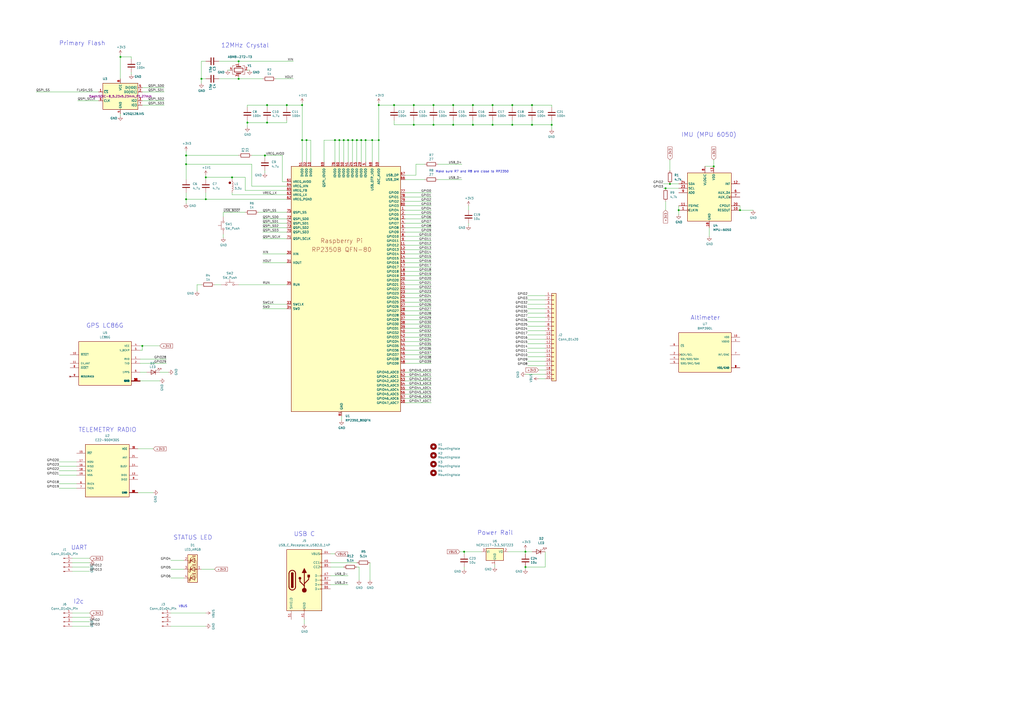
<source format=kicad_sch>
(kicad_sch (version 20250114) (generator "eeschema") (generator_version "9.0")
  (paper "A2")
  (title_block (title "RP2350B QFN80 Minimal Design Example") (date "2024-01-03") (rev "REV2") (company "Raspberry Pi Ltd"))
  (circle (center 133.35 106.045) (radius 0.635) (stroke (width 0) (color 132 0 0 1)) (fill (type color) (color 132 0 0 1)))
  (text "UART\n" (at 41.148 319.278 0) (effects (font (size 2.54 2.54)) (justify left bottom)))
  (text "12MHz Crystal" (at 128.27 27.94 0) (effects (font (size 2.54 2.54)) (justify left bottom)))
  (text "VBUS\n" (at 106.172 351.79 0) (effects (font (size 1.27 1.27))))
  (text "Altimeter\n" (at 400.558 185.928 0) (effects (font (size 2.54 2.54)) (justify left bottom)))
  (text "STATUS LED\n" (at 100.584 313.436 0) (effects (font (size 2.54 2.54)) (justify left bottom)))
  (text "Primary Flash" (at 34.29 26.67 0) (effects (font (size 2.54 2.54)) (justify left bottom)))
  (text "IMU (MPU 6050)" (at 395.224 79.756 0) (effects (font (size 2.54 2.54)) (justify left bottom)))
  (text "Make sure R7 and R8 are close to RP2350\n" (at 252.73 100.33 0) (effects (font (size 1.27 1.27)) (justify left bottom)))
  (text "GPS LC86G\n" (at 50.038 190.5 0) (effects (font (size 2.54 2.54)) (justify left bottom)))
  (text "I2c\n" (at 42.672 350.52 0) (effects (font (size 2.54 2.54)) (justify left bottom)))
  (text "USB C\n\n" (at 170.434 315.468 0) (effects (font (size 2.54 2.54)) (justify left bottom)))
  (text "TELEMETRY RADIO\n" (at 45.466 250.952 0) (effects (font (size 2.54 2.54)) (justify left bottom)))
  (text "Power Rail\n" (at 276.86 310.642 0) (effects (font (size 2.54 2.54)) (justify left bottom)))
  (junction (at 119.38 115.57))
  (junction (at 304.8 320.04))
  (junction (at 297.18 60.96))
  (junction (at 107.95 115.57))
  (junction (at 219.71 81.28))
  (junction (at 194.31 81.28))
  (junction (at 320.04 72.39))
  (junction (at 175.26 81.28))
  (junction (at 386.08 109.22))
  (junction (at 154.94 71.12))
  (junction (at 219.71 60.96))
  (junction (at 196.85 81.28))
  (junction (at 116.84 45.72))
  (junction (at 304.8 328.93))
  (junction (at 251.46 72.39))
  (junction (at 262.89 72.39))
  (junction (at 209.55 81.28))
  (junction (at 154.94 60.96))
  (junction (at 207.01 81.28))
  (junction (at 228.6 60.96))
  (junction (at 308.61 72.39))
  (junction (at 107.95 90.17))
  (junction (at 285.75 72.39))
  (junction (at 204.47 81.28))
  (junction (at 240.03 60.96))
  (junction (at 69.85 33.02))
  (junction (at 199.39 81.28))
  (junction (at 262.89 60.96))
  (junction (at 153.67 90.17))
  (junction (at 175.26 60.96))
  (junction (at 212.09 81.28))
  (junction (at 82.55 200.66))
  (junction (at 297.18 72.39))
  (junction (at 308.61 60.96))
  (junction (at 414.02 96.52))
  (junction (at 138.43 35.56))
  (junction (at 166.37 60.96))
  (junction (at 240.03 72.39))
  (junction (at 138.43 45.72))
  (junction (at 393.7 121.92))
  (junction (at 274.32 60.96))
  (junction (at 134.62 102.87))
  (junction (at 274.32 72.39))
  (junction (at 429.26 121.92))
  (junction (at 177.8 81.28))
  (junction (at 285.75 60.96))
  (junction (at 269.24 320.04))
  (junction (at 215.9 81.28))
  (junction (at 119.38 102.87))
  (junction (at 388.62 106.68))
  (junction (at 251.46 60.96))
  (junction (at 201.93 81.28))
  (junction (at 143.51 71.12))
  (junction (at 107.95 95.25))
  (wire (pts (xy 234.95 139.7) (xy 250.19 139.7)))
  (wire (pts (xy 107.95 111.76) (xy 107.95 115.57)))
  (wire (pts (xy 41.91 326.39) (xy 52.07 326.39)))
  (wire (pts (xy 306.07 179.07) (xy 316.23 179.07)))
  (wire (pts (xy 393.7 121.92) (xy 393.7 124.46)))
  (wire (pts (xy 393.7 119.38) (xy 393.7 121.92)))
  (wire (pts (xy 306.07 181.61) (xy 316.23 181.61)))
  (wire (pts (xy 234.95 132.08) (xy 250.19 132.08)))
  (wire (pts (xy 154.94 60.96) (xy 166.37 60.96)))
  (wire (pts (xy 107.95 95.25) (xy 146.05 95.25)))
  (wire (pts (xy 41.91 355.6) (xy 52.07 355.6)))
  (wire (pts (xy 274.32 62.23) (xy 274.32 60.96)))
  (wire (pts (xy 274.32 69.85) (xy 274.32 72.39)))
  (wire (pts (xy 234.95 129.54) (xy 250.19 129.54)))
  (wire (pts (xy 107.95 115.57) (xy 107.95 118.11)))
  (wire (pts (xy 304.8 328.93) (xy 304.8 330.2)))
  (wire (pts (xy 228.6 60.96) (xy 240.03 60.96)))
  (wire (pts (xy 207.01 81.28) (xy 209.55 81.28)))
  (wire (pts (xy 154.94 62.23) (xy 154.94 60.96)))
  (wire (pts (xy 166.37 138.43) (xy 152.4 138.43)))
  (wire (pts (xy 154.94 71.12) (xy 166.37 71.12)))
  (wire (pts (xy 306.07 204.47) (xy 316.23 204.47)))
  (wire (pts (xy 81.28 208.28) (xy 96.52 208.28)))
  (wire (pts (xy 306.07 186.69) (xy 316.23 186.69)))
  (wire (pts (xy 143.51 69.85) (xy 143.51 71.12)))
  (wire (pts (xy 234.95 101.6) (xy 241.3 101.6)))
  (wire (pts (xy 306.07 196.85) (xy 316.23 196.85)))
  (wire (pts (xy 234.95 233.68) (xy 250.19 233.68)))
  (wire (pts (xy 414.02 92.71) (xy 414.02 96.52)))
  (wire (pts (xy 234.95 231.14) (xy 250.19 231.14)))
  (wire (pts (xy 285.75 62.23) (xy 285.75 60.96)))
  (wire (pts (xy 166.37 176.53) (xy 152.4 176.53)))
  (wire (pts (xy 234.95 218.44) (xy 250.19 218.44)))
  (wire (pts (xy 127 45.72) (xy 138.43 45.72)))
  (wire (pts (xy 142.24 102.87) (xy 134.62 102.87)))
  (wire (pts (xy 304.8 217.17) (xy 316.23 217.17)))
  (wire (pts (xy 262.89 62.23) (xy 262.89 60.96)))
  (wire (pts (xy 146.05 90.17) (xy 153.67 90.17)))
  (wire (pts (xy 107.95 90.17) (xy 138.43 90.17)))
  (wire (pts (xy 262.89 69.85) (xy 262.89 72.39)))
  (wire (pts (xy 153.67 90.17) (xy 163.83 90.17)))
  (wire (pts (xy 234.95 111.76) (xy 250.19 111.76)))
  (wire (pts (xy 386.08 116.84) (xy 386.08 121.92)))
  (wire (pts (xy 384.81 106.68) (xy 388.62 106.68)))
  (wire (pts (xy 234.95 198.12) (xy 250.19 198.12)))
  (wire (pts (xy 81.28 215.9) (xy 85.09 215.9)))
  (wire (pts (xy 306.07 171.45) (xy 316.23 171.45)))
  (wire (pts (xy 199.39 93.98) (xy 199.39 81.28)))
  (wire (pts (xy 234.95 185.42) (xy 250.19 185.42)))
  (wire (pts (xy 219.71 81.28) (xy 219.71 93.98)))
  (wire (pts (xy 266.7 320.04) (xy 269.24 320.04)))
  (wire (pts (xy 129.54 123.19) (xy 129.54 125.73)))
  (wire (pts (xy 82.55 203.2) (xy 82.55 200.66)))
  (wire (pts (xy 212.09 81.28) (xy 212.09 93.98)))
  (wire (pts (xy 92.71 215.9) (xy 97.79 215.9)))
  (wire (pts (xy 384.81 109.22) (xy 386.08 109.22)))
  (wire (pts (xy 269.24 320.04) (xy 279.4 320.04)))
  (wire (pts (xy 187.96 93.98) (xy 187.96 81.28)))
  (wire (pts (xy 208.28 328.93) (xy 208.28 336.55)))
  (wire (pts (xy 34.29 273.05) (xy 44.45 273.05)))
  (wire (pts (xy 306.07 212.09) (xy 316.23 212.09)))
  (wire (pts (xy 69.85 31.75) (xy 69.85 33.02)))
  (wire (pts (xy 297.18 60.96) (xy 308.61 60.96)))
  (wire (pts (xy 386.08 109.22) (xy 393.7 109.22)))
  (wire (pts (xy 41.91 323.85) (xy 52.07 323.85)))
  (wire (pts (xy 308.61 72.39) (xy 297.18 72.39)))
  (wire (pts (xy 306.07 209.55) (xy 316.23 209.55)))
  (wire (pts (xy 201.93 81.28) (xy 204.47 81.28)))
  (wire (pts (xy 234.95 160.02) (xy 250.19 160.02)))
  (wire (pts (xy 274.32 72.39) (xy 262.89 72.39)))
  (wire (pts (xy 308.61 69.85) (xy 308.61 72.39)))
  (wire (pts (xy 175.26 60.96) (xy 175.26 81.28)))
  (wire (pts (xy 196.85 81.28) (xy 199.39 81.28)))
  (wire (pts (xy 146.05 95.25) (xy 146.05 107.95)))
  (wire (pts (xy 234.95 142.24) (xy 250.19 142.24)))
  (wire (pts (xy 201.93 93.98) (xy 201.93 81.28)))
  (wire (pts (xy 99.06 330.2) (xy 106.68 330.2)))
  (wire (pts (xy 143.51 40.64) (xy 144.78 40.64)))
  (wire (pts (xy 199.39 81.28) (xy 201.93 81.28)))
  (wire (pts (xy 269.24 328.93) (xy 269.24 330.2)))
  (wire (pts (xy 234.95 180.34) (xy 250.19 180.34)))
  (wire (pts (xy 116.84 165.1) (xy 114.3 165.1)))
  (wire (pts (xy 274.32 60.96) (xy 285.75 60.96)))
  (wire (pts (xy 240.03 60.96) (xy 251.46 60.96)))
  (wire (pts (xy 107.95 115.57) (xy 119.38 115.57)))
  (wire (pts (xy 234.95 157.48) (xy 250.19 157.48)))
  (wire (pts (xy 134.62 113.03) (xy 166.37 113.03)))
  (wire (pts (xy 240.03 69.85) (xy 240.03 72.39)))
  (wire (pts (xy 119.38 45.72) (xy 116.84 45.72)))
  (wire (pts (xy 234.95 134.62) (xy 250.19 134.62)))
  (wire (pts (xy 234.95 182.88) (xy 250.19 182.88)))
  (wire (pts (xy 388.62 92.71) (xy 388.62 99.06)))
  (wire (pts (xy 82.55 60.96) (xy 95.25 60.96)))
  (wire (pts (xy 119.38 101.6) (xy 119.38 102.87)))
  (wire (pts (xy 149.86 123.19) (xy 166.37 123.19)))
  (wire (pts (xy 312.42 219.71) (xy 316.23 219.71)))
  (wire (pts (xy 143.51 62.23) (xy 143.51 60.96)))
  (wire (pts (xy 80.01 285.75) (xy 88.9 285.75)))
  (wire (pts (xy 153.67 100.33) (xy 153.67 99.06)))
  (wire (pts (xy 134.62 113.03) (xy 134.62 111.76)))
  (wire (pts (xy 82.55 200.66) (xy 92.71 200.66)))
  (wire (pts (xy 153.67 90.17) (xy 153.67 91.44)))
  (wire (pts (xy 429.26 119.38) (xy 429.26 121.92)))
  (wire (pts (xy 269.24 321.31) (xy 269.24 320.04)))
  (wire (pts (xy 209.55 81.28) (xy 212.09 81.28)))
  (wire (pts (xy 176.53 359.41) (xy 176.53 361.95)))
  (wire (pts (xy 234.95 193.04) (xy 250.19 193.04)))
  (wire (pts (xy 116.84 45.72) (xy 116.84 48.26)))
  (wire (pts (xy 69.85 66.04) (xy 69.85 67.31)))
  (wire (pts (xy 234.95 154.94) (xy 250.19 154.94)))
  (wire (pts (xy 306.07 199.39) (xy 316.23 199.39)))
  (wire (pts (xy 191.77 339.09) (xy 201.93 339.09)))
  (wire (pts (xy 254 104.14) (xy 267.97 104.14)))
  (wire (pts (xy 175.26 81.28) (xy 175.26 93.98)))
  (wire (pts (xy 142.24 110.49) (xy 142.24 102.87)))
  (wire (pts (xy 234.95 203.2) (xy 250.19 203.2)))
  (wire (pts (xy 132.08 40.64) (xy 133.35 40.64)))
  (wire (pts (xy 234.95 215.9) (xy 250.19 215.9)))
  (wire (pts (xy 234.95 116.84) (xy 250.19 116.84)))
  (wire (pts (xy 312.42 214.63) (xy 316.23 214.63)))
  (wire (pts (xy 234.95 175.26) (xy 250.19 175.26)))
  (wire (pts (xy 234.95 124.46) (xy 250.19 124.46)))
  (wire (pts (xy 304.8 328.93) (xy 316.23 328.93)))
  (wire (pts (xy 429.26 121.92) (xy 436.88 121.92)))
  (wire (pts (xy 69.85 33.02) (xy 69.85 45.72)))
  (wire (pts (xy 207.01 328.93) (xy 208.28 328.93)))
  (wire (pts (xy 143.51 71.12) (xy 143.51 73.66)))
  (wire (pts (xy 204.47 81.28) (xy 207.01 81.28)))
  (wire (pts (xy 234.95 127) (xy 250.19 127)))
  (wire (pts (xy 154.94 69.85) (xy 154.94 71.12)))
  (wire (pts (xy 308.61 60.96) (xy 320.04 60.96)))
  (wire (pts (xy 251.46 62.23) (xy 251.46 60.96)))
  (wire (pts (xy 99.06 363.22) (xy 119.38 363.22)))
  (wire (pts (xy 127 35.56) (xy 138.43 35.56)))
  (wire (pts (xy 41.91 328.93) (xy 52.07 328.93)))
  (wire (pts (xy 306.07 201.93) (xy 316.23 201.93)))
  (wire (pts (xy 82.55 58.42) (xy 95.25 58.42)))
  (wire (pts (xy 152.4 147.32) (xy 166.37 147.32)))
  (wire (pts (xy 198.12 241.3) (xy 198.12 243.84)))
  (wire (pts (xy 152.4 132.08) (xy 166.37 132.08)))
  (wire (pts (xy 116.84 35.56) (xy 116.84 45.72)))
  (wire (pts (xy 180.34 81.28) (xy 180.34 93.98)))
  (wire (pts (xy 41.91 360.68) (xy 52.07 360.68)))
  (wire (pts (xy 194.31 93.98) (xy 194.31 81.28)))
  (wire (pts (xy 34.29 280.67) (xy 44.45 280.67)))
  (wire (pts (xy 143.51 60.96) (xy 154.94 60.96)))
  (wire (pts (xy 99.06 335.28) (xy 106.68 335.28)))
  (wire (pts (xy 234.95 152.4) (xy 250.19 152.4)))
  (wire (pts (xy 45.085 58.42) (xy 57.15 58.42)))
  (wire (pts (xy 76.2 33.02) (xy 69.85 33.02)))
  (wire (pts (xy 234.95 190.5) (xy 250.19 190.5)))
  (wire (pts (xy 320.04 62.23) (xy 320.04 60.96)))
  (wire (pts (xy 191.77 321.31) (xy 194.31 321.31)))
  (wire (pts (xy 152.4 127) (xy 166.37 127)))
  (wire (pts (xy 304.8 320.04) (xy 304.8 318.77)))
  (wire (pts (xy 241.3 95.25) (xy 241.3 101.6)))
  (wire (pts (xy 297.18 69.85) (xy 297.18 72.39)))
  (wire (pts (xy 219.71 59.69) (xy 219.71 60.96)))
  (wire (pts (xy 297.18 62.23) (xy 297.18 60.96)))
  (wire (pts (xy 152.4 129.54) (xy 166.37 129.54)))
  (wire (pts (xy 116.84 330.2) (xy 124.46 330.2)))
  (wire (pts (xy 152.4 134.62) (xy 166.37 134.62)))
  (wire (pts (xy 138.43 44.45) (xy 138.43 45.72)))
  (wire (pts (xy 308.61 62.23) (xy 308.61 60.96)))
  (wire (pts (xy 251.46 60.96) (xy 262.89 60.96)))
  (wire (pts (xy 124.46 165.1) (xy 128.27 165.1)))
  (wire (pts (xy 320.04 72.39) (xy 308.61 72.39)))
  (wire (pts (xy 76.2 34.29) (xy 76.2 33.02)))
  (wire (pts (xy 234.95 170.18) (xy 250.19 170.18)))
  (wire (pts (xy 271.78 119.38) (xy 271.78 121.92)))
  (wire (pts (xy 166.37 60.96) (xy 175.26 60.96)))
  (wire (pts (xy 285.75 60.96) (xy 297.18 60.96)))
  (wire (pts (xy 119.38 115.57) (xy 166.37 115.57)))
  (wire (pts (xy 297.18 72.39) (xy 285.75 72.39)))
  (wire (pts (xy 411.48 132.08) (xy 411.48 137.16)))
  (wire (pts (xy 234.95 220.98) (xy 250.19 220.98)))
  (wire (pts (xy 219.71 60.96) (xy 228.6 60.96)))
  (wire (pts (xy 119.38 111.76) (xy 119.38 115.57)))
  (wire (pts (xy 34.29 270.51) (xy 44.45 270.51)))
  (wire (pts (xy 294.64 320.04) (xy 304.8 320.04)))
  (wire (pts (xy 163.83 90.17) (xy 163.83 105.41)))
  (wire (pts (xy 34.29 275.59) (xy 44.45 275.59)))
  (wire (pts (xy 285.75 69.85) (xy 285.75 72.39)))
  (wire (pts (xy 166.37 179.07) (xy 152.4 179.07)))
  (wire (pts (xy 241.3 95.25) (xy 246.38 95.25)))
  (wire (pts (xy 81.28 200.66) (xy 82.55 200.66)))
  (wire (pts (xy 234.95 223.52) (xy 250.19 223.52)))
  (wire (pts (xy 234.95 162.56) (xy 250.19 162.56)))
  (wire (pts (xy 142.24 123.19) (xy 129.54 123.19)))
  (wire (pts (xy 388.62 106.68) (xy 393.7 106.68)))
  (wire (pts (xy 177.8 81.28) (xy 180.34 81.28)))
  (wire (pts (xy 138.43 45.72) (xy 152.4 45.72)))
  (wire (pts (xy 163.83 105.41) (xy 166.37 105.41)))
  (wire (pts (xy 196.85 93.98) (xy 196.85 81.28)))
  (wire (pts (xy 306.07 189.23) (xy 316.23 189.23)))
  (wire (pts (xy 129.54 135.89) (xy 129.54 137.795)))
  (wire (pts (xy 251.46 69.85) (xy 251.46 72.39)))
  (wire (pts (xy 119.38 35.56) (xy 116.84 35.56)))
  (wire (pts (xy 234.95 210.82) (xy 250.19 210.82)))
  (wire (pts (xy 254 95.25) (xy 267.97 95.25)))
  (wire (pts (xy 81.28 203.2) (xy 82.55 203.2)))
  (wire (pts (xy 234.95 172.72) (xy 250.19 172.72)))
  (wire (pts (xy 191.77 334.01) (xy 201.93 334.01)))
  (wire (pts (xy 209.55 93.98) (xy 209.55 81.28)))
  (wire (pts (xy 41.91 363.22) (xy 52.07 363.22)))
  (wire (pts (xy 175.26 59.69) (xy 175.26 60.96)))
  (wire (pts (xy 107.95 90.17) (xy 107.95 95.25)))
  (wire (pts (xy 234.95 167.64) (xy 250.19 167.64)))
  (wire (pts (xy 119.38 102.87) (xy 134.62 102.87)))
  (wire (pts (xy 215.9 93.98) (xy 215.9 81.28)))
  (wire (pts (xy 408.94 96.52) (xy 414.02 96.52)))
  (wire (pts (xy 287.02 327.66) (xy 287.02 328.93)))
  (wire (pts (xy 320.04 72.39) (xy 320.04 74.93)))
  (wire (pts (xy 34.29 267.97) (xy 44.45 267.97)))
  (wire (pts (xy 215.9 81.28) (xy 219.71 81.28)))
  (wire (pts (xy 212.09 81.28) (xy 215.9 81.28)))
  (wire (pts (xy 41.91 358.14) (xy 52.07 358.14)))
  (wire (pts (xy 234.95 195.58) (xy 250.19 195.58)))
  (wire (pts (xy 251.46 72.39) (xy 240.03 72.39)))
  (wire (pts (xy 262.89 72.39) (xy 251.46 72.39)))
  (wire (pts (xy 306.07 184.15) (xy 316.23 184.15)))
  (wire (pts (xy 138.43 35.56) (xy 170.18 35.56)))
  (wire (pts (xy 234.95 137.16) (xy 250.19 137.16)))
  (wire (pts (xy 306.07 191.77) (xy 316.23 191.77)))
  (wire (pts (xy 80.01 260.35) (xy 88.9 260.35)))
  (wire (pts (xy 81.28 220.98) (xy 92.71 220.98)))
  (wire (pts (xy 107.95 87.63) (xy 107.95 90.17)))
  (wire (pts (xy 134.62 102.87) (xy 134.62 104.14)))
  (wire (pts (xy 194.31 81.28) (xy 196.85 81.28)))
  (wire (pts (xy 234.95 205.74) (xy 250.19 205.74)))
  (wire (pts (xy 204.47 93.98) (xy 204.47 81.28)))
  (wire (pts (xy 81.28 210.82) (xy 96.52 210.82)))
  (wire (pts (xy 306.07 176.53) (xy 316.23 176.53)))
  (wire (pts (xy 234.95 208.28) (xy 250.19 208.28)))
  (wire (pts (xy 228.6 62.23) (xy 228.6 60.96)))
  (wire (pts (xy 234.95 187.96) (xy 250.19 187.96)))
  (wire (pts (xy 234.95 177.8) (xy 250.19 177.8)))
  (wire (pts (xy 34.29 283.21) (xy 44.45 283.21)))
  (wire (pts (xy 306.07 207.01) (xy 316.23 207.01)))
  (wire (pts (xy 191.77 326.39) (xy 207.01 326.39)))
  (wire (pts (xy 166.37 62.23) (xy 166.37 60.96)))
  (wire (pts (xy 234.95 119.38) (xy 250.19 119.38)))
  (wire (pts (xy 234.95 149.86) (xy 250.19 149.86)))
  (wire (pts (xy 234.95 165.1) (xy 250.19 165.1)))
  (wire (pts (xy 285.75 72.39) (xy 274.32 72.39)))
  (wire (pts (xy 234.95 121.92) (xy 250.19 121.92)))
  (wire (pts (xy 143.51 71.12) (xy 154.94 71.12)))
  (wire (pts (xy 187.96 81.28) (xy 194.31 81.28)))
  (wire (pts (xy 234.95 200.66) (xy 250.19 200.66)))
  (wire (pts (xy 214.63 326.39) (xy 214.63 336.55)))
  (wire (pts (xy 146.05 107.95) (xy 166.37 107.95)))
  (wire (pts (xy 177.8 81.28) (xy 175.26 81.28)))
  (wire (pts (xy 207.01 81.28) (xy 207.01 93.98)))
  (wire (pts (xy 166.37 110.49) (xy 142.24 110.49)))
  (wire (pts (xy 99.06 355.6) (xy 119.38 355.6)))
  (wire (pts (xy 316.23 328.93) (xy 316.23 320.04)))
  (wire (pts (xy 240.03 62.23) (xy 240.03 60.96)))
  (wire (pts (xy 234.95 104.14) (xy 246.38 104.14)))
  (wire (pts (xy 240.03 72.39) (xy 228.6 72.39)))
  (wire (pts (xy 114.3 165.1) (xy 114.3 168.91)))
  (wire (pts (xy 228.6 69.85) (xy 228.6 72.39)))
  (wire (pts (xy 138.43 36.83) (xy 138.43 35.56)))
  (wire (pts (xy 219.71 60.96) (xy 219.71 81.28)))
  (wire (pts (xy 191.77 328.93) (xy 199.39 328.93)))
  (wire (pts (xy 119.38 104.14) (xy 119.38 102.87)))
  (wire (pts (xy 234.95 144.78) (xy 250.19 144.78)))
  (wire (pts (xy 234.95 114.3) (xy 250.19 114.3)))
  (wire (pts (xy 234.95 226.06) (xy 250.19 226.06)))
  (wire (pts (xy 271.78 129.54) (xy 271.78 130.81)))
  (wire (pts (xy 160.02 45.72) (xy 170.18 45.72)))
  (wire (pts (xy 306.07 194.31) (xy 316.23 194.31)))
  (wire (pts (xy 234.95 228.6) (xy 250.19 228.6)))
  (wire (pts (xy 306.07 173.99) (xy 316.23 173.99)))
  (wire (pts (xy 82.55 50.8) (xy 95.25 50.8)))
  (wire (pts (xy 262.89 60.96) (xy 274.32 60.96)))
  (wire (pts (xy 166.37 152.4) (xy 152.4 152.4)))
  (wire (pts (xy 20.955 53.34) (xy 57.15 53.34)))
  (wire (pts (xy 41.91 331.47) (xy 52.07 331.47)))
  (wire (pts (xy 99.06 325.12) (xy 106.68 325.12)))
  (wire (pts (xy 82.55 53.34) (xy 95.25 53.34)))
  (wire (pts (xy 166.37 71.12) (xy 166.37 69.85)))
  (wire (pts (xy 107.95 95.25) (xy 107.95 104.14)))
  (wire (pts (xy 177.8 93.98) (xy 177.8 81.28)))
  (wire (pts (xy 138.43 165.1) (xy 166.37 165.1)))
  (wire (pts (xy 304.8 321.31) (xy 304.8 320.04)))
  (wire (pts (xy 320.04 69.85) (xy 320.04 72.39)))
  (wire (pts (xy 76.2 41.91) (xy 76.2 43.18)))
  (wire (pts (xy 304.8 320.04) (xy 308.61 320.04)))
  (wire (pts (xy 234.95 147.32) (xy 250.19 147.32)))
  (label "XIN" (at 152.4 147.32 0))
  (label "GPIO16" (at 306.07 196.85 180))
  (label "USB_D+" (at 267.97 95.25 180))
  (label "GPIO33" (at 250.19 195.58 180))
  (label "GPIO14" (at 306.07 201.93 180))
  (label "GPIO40_ADC0" (at 250.19 215.9 180))
  (label "GPIO24" (at 306.07 191.77 180))
  (label "GPIO27" (at 306.07 184.15 180))
  (label "GPIO32" (at 250.19 193.04 180))
  (label "GPIO45_ADC5" (at 250.19 228.6 180))
  (label "GPIO26" (at 306.07 186.69 180))
  (label "GPIO2" (at 52.07 360.68 0))
  (label "GPIO41_ADC1" (at 250.19 218.44 180))
  (label "GPIO5" (at 99.06 330.2 180))
  (label "XOUT" (at 152.4 152.4 0))
  (label "GPIO18" (at 250.19 157.48 180))
  (label "GPIO6" (at 99.06 335.28 180))
  (label "GPIO25" (at 306.07 189.23 180))
  (label "~{USB_BOOT}" (at 129.54 123.19 0))
  (label "GPIO2" (at 384.81 106.68 180))
  (label "GPIO12" (at 250.19 142.24 180))
  (label "GPIO8" (at 250.19 132.08 180))
  (label "QSPI_SD2" (at 95.25 58.42 180))
  (label "GPIO3" (at 250.19 119.38 180))
  (label "GPIO25" (at 250.19 175.26 180))
  (label "GPIO28" (at 96.52 208.28 180))
  (label "GPIO13" (at 250.19 144.78 180))
  (label "GPIO36" (at 250.19 203.2 180))
  (label "GPIO29" (at 96.52 210.82 180))
  (label "GPIO2" (at 250.19 116.84 180))
  (label "XIN" (at 170.18 35.56 180))
  (label "GPIO38" (at 250.19 208.28 180))
  (label "GPIO4" (at 99.06 325.12 180))
  (label "RUN" (at 152.4 165.1 0))
  (label "USB_D+" (at 201.93 339.09 180))
  (label "GPIO16" (at 250.19 152.4 180))
  (label "GPIO12" (at 52.07 328.93 0))
  (label "QSPI_SD0" (at 152.4 127 0))
  (label "GPIO5" (at 250.19 124.46 180))
  (label "QSPI_SD0" (at 95.25 50.8 180))
  (label "GPIO43_ADC3" (at 250.19 223.52 180))
  (label "QSPI_SS" (at 152.4 123.19 0))
  (label "SWCLK" (at 152.4 176.53 0))
  (label "GPIO1" (at 250.19 114.3 180))
  (label "GPIO21" (at 250.19 165.1 180))
  (label "GPIO9" (at 306.07 209.55 180))
  (label "USB_D-" (at 201.93 334.01 180))
  (label "GPIO3" (at 306.07 173.99 180))
  (label "GPIO35" (at 250.19 200.66 180))
  (label "GPIO37" (at 250.19 205.74 180))
  (label "GPIO20" (at 250.19 162.56 180))
  (label "GPIO7" (at 250.19 129.54 180))
  (label "QSPI_SD3" (at 95.25 60.96 180))
  (label "XOUT" (at 170.18 45.72 180))
  (label "GPIO17" (at 250.19 154.94 180))
  (label "GPIO15" (at 306.07 199.39 180))
  (label "GPIO47_ADC7" (at 250.19 233.68 180))
  (label "GPIO13" (at 52.07 331.47 0))
  (label "GPIO18" (at 34.29 280.67 180))
  (label "GPIO39" (at 250.19 210.82 180))
  (label "QSPI_SS" (at 20.955 53.34 0))
  (label "GPIO29" (at 250.19 185.42 180))
  (label "QSPI_SD2" (at 152.4 132.08 0))
  (label "FLASH_SS" (at 44.45 53.34 0))
  (label "GPIO30" (at 306.07 181.61 180))
  (label "VREG_LX" (at 152.4 113.03 0))
  (label "GPIO6" (at 250.19 127 180))
  (label "GPIO42_ADC2" (at 250.19 220.98 180))
  (label "GPIO31" (at 250.19 190.5 180))
  (label "USB_D-" (at 267.97 104.14 180))
  (label "GPIO32" (at 306.07 176.53 180))
  (label "GPIO10" (at 250.19 137.16 180))
  (label "GPIO28" (at 250.19 182.88 180))
  (label "GPIO0" (at 250.19 111.76 180))
  (label "GPIO14" (at 250.19 147.32 180))
  (label "VREG_AVDD" (at 154.305 90.17 0))
  (label "GPIO23" (at 34.29 270.51 180))
  (label "GPIO23" (at 250.19 170.18 180))
  (label "GPIO10" (at 306.07 207.01 180))
  (label "GPIO15" (at 250.19 149.86 180))
  (label "GPIO9" (at 250.19 134.62 180))
  (label "GPIO27" (at 250.19 180.34 180))
  (label "GPIO22" (at 34.29 273.05 180))
  (label "QSPI_SD1" (at 152.4 129.54 0))
  (label "GPIO44_ADC4" (at 250.19 226.06 180))
  (label "GPIO3" (at 384.81 109.22 180))
  (label "GPIO30" (at 250.19 187.96 180))
  (label "QSPI_SCLK" (at 152.4 138.43 0))
  (label "QSPI_SCLK" (at 45.085 58.42 0))
  (label "GPIO34" (at 250.19 198.12 180))
  (label "GPIO3" (at 52.07 363.22 0))
  (label "GPIO20" (at 34.29 267.97 180))
  (label "GPIO17" (at 306.07 194.31 180))
  (label "GPIO19" (at 34.29 283.21 180))
  (label "GPIO22" (at 250.19 167.64 180))
  (label "GPIO46_ADC6" (at 250.19 231.14 180))
  (label "GPIO2" (at 306.07 171.45 180))
  (label "GPIO11" (at 250.19 139.7 180))
  (label "GPIO11" (at 306.07 204.47 180))
  (label "QSPI_SD1" (at 95.25 53.34 180))
  (label "GPIO8" (at 306.07 212.09 180))
  (label "GPIO31" (at 306.07 179.07 180))
  (label "SWD" (at 152.4 179.07 0))
  (label "GPIO24" (at 250.19 172.72 180))
  (label "GPIO4" (at 250.19 121.92 180))
  (label "QSPI_SD3" (at 152.4 134.62 0))
  (label "GPIO19" (at 250.19 160.02 180))
  (label "GPIO26" (at 250.19 177.8 180))
  (label "GPIO21" (at 34.29 275.59 180))
  (global_label "VBUS" (shape input) (at 266.7 320.04 180) (property "Intersheetrefs" "${INTERSHEET_REFS}" (effects (hide yes))))
  (global_label "+3V3" (shape input) (at 414.02 92.71 90) (property "Intersheetrefs" "${INTERSHEET_REFS}" (effects (hide yes))))
  (global_label "+3V3" (shape input) (at 92.71 200.66 0) (property "Intersheetrefs" "${INTERSHEET_REFS}" (effects (hide yes))))
  (global_label "+3V3" (shape input) (at 52.07 355.6 0) (property "Intersheetrefs" "${INTERSHEET_REFS}" (effects (hide yes))))
  (global_label "+3V3" (shape input) (at 88.9 260.35 0) (property "Intersheetrefs" "${INTERSHEET_REFS}" (effects (hide yes))))
  (global_label "+3V3" (shape input) (at 124.46 330.2 0) (property "Intersheetrefs" "${INTERSHEET_REFS}" (effects (hide yes))))
  (global_label "VBUS" (shape input) (at 194.31 321.31 0) (property "Intersheetrefs" "${INTERSHEET_REFS}" (effects (hide yes))))
  (global_label "+3V3" (shape input) (at 52.07 323.85 0) (property "Intersheetrefs" "${INTERSHEET_REFS}" (effects (hide yes))))
  (global_label "+3V3" (shape input) (at 388.62 92.71 90) (property "Intersheetrefs" "${INTERSHEET_REFS}" (effects (hide yes))))
  (global_label "+3V3" (shape input) (at 386.08 121.92 270) (property "Intersheetrefs" "${INTERSHEET_REFS}" (effects (hide yes))))
  (global_label "+3V3" (shape input) (at 312.42 214.63 180) (property "Intersheetrefs" "${INTERSHEET_REFS}" (effects (hide yes))))
  (symbol (lib_id "Device:C") (at 123.19 35.56 270) (unit 1)
    (property "Reference" "C3" (at 124.3584 38.481 0) (effects (justify left)))
    (property "Value" "15p" (at 122.047 38.481 0) (effects (justify left)))
    (property "Footprint" "Capacitor_SMD:C_0402_1005Metric" (effects (hide yes)))
  )
  (symbol (lib_id "Device:C") (at 123.19 45.72 270) (unit 1)
    (property "Reference" "C4" (at 124.3584 48.641 0) (effects (justify left)))
    (property "Value" "15p" (at 122.047 48.641 0) (effects (justify left)))
    (property "Footprint" "Capacitor_SMD:C_0402_1005Metric" (effects (hide yes)))
  )
  (symbol (lib_id "power:GND") (at 116.84 48.26 0) (unit 1)
    (property "Reference" "#PWR08" (effects (hide yes)))
    (property "Value" "GND" (at 116.967 52.6542 0))
  )
  (symbol (lib_id "Memory_Flash:W25Q128JVS") (at 69.85 55.88 0) (unit 1)
    (property "Reference" "U3" (at 60.96 45.72 0))
    (property "Value" "W25Q128JVS" (at 77.47 66.04 0))
    (property "Footprint" "flash:SOIC-8_5.23x5.23mm_P1.27mm" (at 69.85 55.88 0))
    (property "Datasheet" "http://www.winbond.com/resource-files/w25q128jv_dtr%20revc%2003272018%20plus.pdf" (effects (hide yes)))
  )
  (symbol (lib_id "power:+3V3") (at 69.85 31.75 0) (unit 1)
    (property "Reference" "#PWR04" (effects (hide yes)))
    (property "Value" "+3V3" (at 70.231 27.3558 0))
  )
  (symbol (lib_id "power:GND") (at 69.85 67.31 0) (unit 1)
    (property "Reference" "#PWR05" (effects (hide yes)))
    (property "Value" "GND" (at 66.04 68.58 0))
  )
  (symbol (lib_id "Device:C") (at 76.2 38.1 0) (unit 1)
    (property "Reference" "C2" (at 79.121 36.9316 0) (effects (justify left)))
    (property "Value" "100n" (at 79.121 39.243 0) (effects (justify left)))
    (property "Footprint" "Capacitor_SMD:C_0402_1005Metric" (effects (hide yes)))
  )
  (symbol (lib_id "power:GND") (at 76.2 43.18 0) (unit 1)
    (property "Reference" "#PWR06" (effects (hide yes)))
    (property "Value" "GND" (at 80.01 44.45 0))
  )
  (symbol (lib_id "power:GND") (at 198.12 243.84 0) (unit 1)
    (property "Reference" "#PWR021" (effects (hide yes)))
    (property "Value" "GND" (at 198.247 248.2342 0))
  )
  (symbol (lib_id "Device:R") (at 250.19 95.25 270) (unit 1)
    (property "Reference" "R7" (at 250.19 89.9922 90))
    (property "Value" "27" (at 250.19 92.3036 90))
    (property "Footprint" "Resistor_SMD:R_0402_1005Metric" (effects (hide yes)))
  )
  (symbol (lib_id "Device:R") (at 250.19 104.14 270) (unit 1)
    (property "Reference" "R8" (at 250.19 98.8822 90))
    (property "Value" "27" (at 250.19 101.1936 90))
    (property "Footprint" "Resistor_SMD:R_0402_1005Metric" (effects (hide yes)))
  )
  (symbol (lib_id "power:+3V3") (at 219.71 59.69 0) (unit 1)
    (property "Reference" "#PWR022" (effects (hide yes)))
    (property "Value" "+3V3" (at 220.091 55.2958 0))
  )
  (symbol (lib_id "Device:C") (at 251.46 66.04 0) (unit 1)
    (property "Reference" "C14" (at 254.381 64.8716 0) (effects (justify left)))
    (property "Value" "100n" (at 254.381 67.183 0) (effects (justify left)))
    (property "Footprint" "Capacitor_SMD:C_0402_1005Metric" (effects (hide yes)))
  )
  (symbol (lib_id "Device:C") (at 262.89 66.04 0) (unit 1)
    (property "Reference" "C15" (at 265.811 64.8716 0) (effects (justify left)))
    (property "Value" "100n" (at 265.811 67.183 0) (effects (justify left)))
    (property "Footprint" "Capacitor_SMD:C_0402_1005Metric" (effects (hide yes)))
  )
  (symbol (lib_id "Device:C") (at 274.32 66.04 0) (unit 1)
    (property "Reference" "C16" (at 277.241 64.8716 0) (effects (justify left)))
    (property "Value" "100n" (at 277.241 67.183 0) (effects (justify left)))
    (property "Footprint" "Capacitor_SMD:C_0402_1005Metric" (effects (hide yes)))
  )
  (symbol (lib_id "Device:C") (at 285.75 66.04 0) (unit 1)
    (property "Reference" "C17" (at 288.671 64.8716 0) (effects (justify left)))
    (property "Value" "100n" (at 288.671 67.183 0) (effects (justify left)))
    (property "Footprint" "Capacitor_SMD:C_0402_1005Metric" (effects (hide yes)))
  )
  (symbol (lib_id "Device:C") (at 297.18 66.04 0) (unit 1)
    (property "Reference" "C18" (at 300.101 64.8716 0) (effects (justify left)))
    (property "Value" "100n" (at 300.101 67.183 0) (effects (justify left)))
    (property "Footprint" "Capacitor_SMD:C_0402_1005Metric" (effects (hide yes)))
  )
  (symbol (lib_id "Device:C") (at 308.61 66.04 0) (unit 1)
    (property "Reference" "C20" (at 311.531 64.8716 0) (effects (justify left)))
    (property "Value" "100n" (at 311.531 67.183 0) (effects (justify left)))
    (property "Footprint" "Capacitor_SMD:C_0402_1005Metric" (effects (hide yes)))
  )
  (symbol (lib_id "Mechanical:MountingHole") (at 251.46 259.08 0) (unit 1)
    (property "Reference" "H1" (at 254 257.9116 0) (effects (justify left)))
    (property "Value" "MountingHole" (at 254 260.223 0) (effects (justify left)))
    (property "Footprint" "MountingHole:MountingHole_2.7mm_M2.5" (effects (hide yes)))
  )
  (symbol (lib_id "Mechanical:MountingHole") (at 251.46 264.16 0) (unit 1)
    (property "Reference" "H2" (at 254 262.9916 0) (effects (justify left)))
    (property "Value" "MountingHole" (at 254 265.303 0) (effects (justify left)))
    (property "Footprint" "MountingHole:MountingHole_2.7mm_M2.5" (effects (hide yes)))
  )
  (symbol (lib_id "Mechanical:MountingHole") (at 251.46 269.24 0) (unit 1)
    (property "Reference" "H3" (at 254 268.0716 0) (effects (justify left)))
    (property "Value" "MountingHole" (at 254 270.383 0) (effects (justify left)))
    (property "Footprint" "MountingHole:MountingHole_2.7mm_M2.5" (effects (hide yes)))
  )
  (symbol (lib_id "Mechanical:MountingHole") (at 251.46 274.32 0) (unit 1)
    (property "Reference" "H4" (at 254 273.1516 0) (effects (justify left)))
    (property "Value" "MountingHole" (at 254 275.463 0) (effects (justify left)))
    (property "Footprint" "MountingHole:MountingHole_2.7mm_M2.5" (effects (hide yes)))
  )
  (symbol (lib_id "Device:R") (at 156.21 45.72 270) (unit 1)
    (property "Reference" "R2" (at 156.21 40.4622 90))
    (property "Value" "1k" (at 156.21 42.7736 90))
    (property "Footprint" "Resistor_SMD:R_0402_1005Metric" (effects (hide yes)))
  )
  (symbol (lib_id "Device:Crystal_GND24") (at 138.43 40.64 270) (unit 1)
    (property "Reference" "Y1" (at 143.51 38.1 90) (effects (justify left)))
    (property "Value" "ABM8-272-T3" (at 132.08 33.02 90) (effects (justify left)))
    (property "Footprint" "Crystal:Crystal_SMD_3225-4Pin_3.2x2.5mm" (effects (hide yes)))
  )
  (symbol (lib_id "power:+3V3") (at 271.78 119.38 0) (unit 1)
    (property "Reference" "#PWR023" (effects (hide yes)))
    (property "Value" "+3V3" (at 272.161 114.9858 0))
  )
  (symbol (lib_id "Device:C") (at 271.78 125.73 0) (unit 1)
    (property "Reference" "C19" (at 274.701 124.5616 0) (effects (justify left)))
    (property "Value" "10u" (at 274.701 126.873 0) (effects (justify left)))
    (property "Footprint" "Capacitor_SMD:C_0805_2012Metric" (effects (hide yes)))
  )
  (symbol (lib_id "power:GND") (at 271.78 130.81 0) (unit 1)
    (property "Reference" "#PWR024" (effects (hide yes)))
    (property "Value" "GND" (at 267.97 132.08 0))
  )
  (symbol (lib_id "power:GND") (at 129.54 137.795 0) (unit 1)
    (property "Reference" "#PWR017" (effects (hide yes)))
    (property "Value" "GND" (at 129.667 142.1892 0))
  )
  (symbol (lib_id "Device:C") (at 166.37 66.04 0) (unit 1)
    (property "Reference" "C11" (at 169.291 64.8716 0) (effects (justify left)))
    (property "Value" "100n" (at 169.291 67.183 0) (effects (justify left)))
    (property "Footprint" "Capacitor_SMD:C_0402_1005Metric" (effects (hide yes)))
  )
  (symbol (lib_id "power:GND") (at 436.88 121.92 0) (unit 1)
    (property "Reference" "#PWR045" (effects (hide yes)))
    (property "Value" "GND" (at 437.007 126.3142 0))
  )
  (symbol (lib_id "Connector:Conn_01x04_Pin") (at 36.83 326.39 0) (unit 1)
    (property "Reference" "J1" (at 37.465 318.77 0))
    (property "Value" "Conn_01x04_Pin" (at 37.465 321.31 0))
    (property "Footprint" "Connector_PinHeader_2.54mm:PinHeader_1x04_P2.54mm_Vertical" (effects (hide yes)))
    (property "Description" "Generic connector, single row, 01x04, script generated" (effects (hide yes)))
  )
  (symbol (lib_id "power:GND") (at 176.53 361.95 0) (unit 1)
    (property "Reference" "#PWR033" (effects (hide yes)))
    (property "Value" "GND" (at 176.657 366.3442 0))
  )
  (symbol (lib_id "Device:C") (at 304.8 325.12 0) (unit 1)
    (property "Reference" "C24" (at 307.721 323.9516 0) (effects (justify left)))
    (property "Value" "10u" (at 307.721 326.263 0) (effects (justify left)))
    (property "Footprint" "Capacitor_SMD:C_0805_2012Metric" (effects (hide yes)))
  )
  (symbol (lib_id "Device:R") (at 120.65 165.1 270) (unit 1)
    (property "Reference" "R4" (at 120.65 159.8422 90))
    (property "Value" "1k" (at 120.65 162.1536 90))
    (property "Footprint" "Resistor_SMD:R_0402_1005Metric" (effects (hide yes)))
  )
  (symbol (lib_id "Regulator_Linear:NCP1117-3.3_SOT223") (at 287.02 320.04 0) (unit 1)
    (property "Reference" "U6" (at 287.02 313.8932 0))
    (property "Value" "NCP1117-3.3_SOT223" (at 287.02 316.2046 0))
    (property "Footprint" "Package_TO_SOT_SMD:SOT-223-3_TabPin2" (effects (hide yes)))
    (property "Datasheet" "http://www.onsemi.com/pub_link/Collateral/NCP1117-D.PDF" (effects (hide yes)))
  )
  (symbol (lib_id "Device:C") (at 240.03 66.04 0) (unit 1)
    (property "Reference" "C13" (at 242.951 64.8716 0) (effects (justify left)))
    (property "Value" "100n" (at 242.951 67.183 0) (effects (justify left)))
    (property "Footprint" "Capacitor_SMD:C_0402_1005Metric" (effects (hide yes)))
  )
  (symbol (lib_id "Device:LED_ARGB") (at 111.76 330.2 0) (unit 1)
    (property "Reference" "D1" (at 111.76 316.23 0))
    (property "Value" "LED_ARGB" (at 111.76 318.77 0))
    (property "Footprint" "LED_SMD:LED_Avago_PLCC4_3.2x2.8mm_CW" (effects (hide yes)))
    (property "Description" "RGB LED, anode/red/green/blue" (effects (hide yes)))
  )
  (symbol (lib_id "Device:C") (at 320.04 66.04 0) (unit 1)
    (property "Reference" "C21" (at 322.961 64.8716 0) (effects (justify left)))
    (property "Value" "100n" (at 322.961 67.183 0) (effects (justify left)))
    (property "Footprint" "Capacitor_SMD:C_0402_1005Metric" (effects (hide yes)))
  )
  (symbol (lib_id "Connector:Conn_01x04_Pin") (at 93.98 358.14 0) (unit 1)
    (property "Reference" "J3" (at 94.615 350.52 0))
    (property "Value" "Conn_01x04_Pin" (at 94.615 353.06 0))
    (property "Footprint" "Connector_PinHeader_2.54mm:PinHeader_1x04_P2.54mm_Vertical" (effects (hide yes)))
    (property "Description" "Generic connector, single row, 01x04, script generated" (effects (hide yes)))
  )
  (symbol (lib_id "power:+1V1") (at 119.38 101.6 0) (unit 1)
    (property "Reference" "#PWR014" (effects (hide yes)))
    (property "Value" "+1V1" (at 119.761 97.2058 0))
  )
  (symbol (lib_id "Switch:SW_Push") (at 133.35 165.1 0) (unit 1)
    (property "Reference" "SW2" (at 133.35 158.4792 0))
    (property "Value" "SW_Push" (at 133.35 161.0161 0))
    (property "Footprint" "Button_Switch_SMD:SW_Push_1P1T_NO_Vertical_Wuerth_434133025816" (effects (hide yes)))
  )
  (symbol (lib_id "power:GND") (at 132.08 40.64 0) (unit 1)
    (property "Reference" "#PWR09" (effects (hide yes)))
    (property "Value" "GND" (at 128.27 41.91 0))
  )
  (symbol (lib_id "power:GND") (at 287.02 328.93 0) (unit 1)
    (property "Reference" "#PWR037" (effects (hide yes)))
    (property "Value" "GND" (at 283.21 330.2 0))
  )
  (symbol (lib_id "power:GND") (at 304.8 330.2 0) (unit 1)
    (property "Reference" "#PWR039" (effects (hide yes)))
    (property "Value" "GND" (at 300.99 331.47 0))
  )
  (symbol (lib_id "power:+3V3") (at 304.8 318.77 0) (unit 1)
    (property "Reference" "#PWR038" (effects (hide yes)))
    (property "Value" "+3V3" (at 305.181 314.3758 0))
  )
  (symbol (lib_id "power:GND") (at 411.48 137.16 0) (unit 1)
    (property "Reference" "#PWR044" (effects (hide yes)))
    (property "Value" "GND" (at 411.607 141.5542 0))
  )
  (symbol (lib_id "Device:C") (at 153.67 95.25 0) (unit 1)
    (property "Reference" "C9" (at 157.48 93.98 0) (effects (justify left)))
    (property "Value" "4.7u" (at 157.48 96.52 0) (effects (justify left)))
    (property "Footprint" "Capacitor_SMD:C_0402_1005Metric" (effects (hide yes)))
  )
  (symbol (lib_id "power:GND") (at 52.07 326.39 90) (unit 1)
    (property "Reference" "#PWR042" (effects (hide yes)))
    (property "Value" "GND" (at 53.34 330.2 0))
  )
  (symbol (lib_id "Device:L") (at 134.62 107.95 0) (unit 1)
    (property "Reference" "L1" (at 135.89 106.68 0) (effects (justify left)))
    (property "Value" "3.3u" (at 135.89 109.22 0) (effects (justify left)))
    (property "Footprint" "RP2350_80QFN_minimal:L_pol_2016" (effects (hide yes)))
  )
  (symbol (lib_id "Device:R") (at 210.82 326.39 270) (unit 1)
    (property "Reference" "R5" (at 210.82 320.04 90))
    (property "Value" "5.1k" (at 210.82 322.58 90))
    (property "Footprint" "Resistor_SMD:R_0805_2012Metric_Pad1.20x1.40mm_HandSolder" (effects (hide yes)))
    (property "Description" "Resistor" (effects (hide yes)))
  )
  (symbol (lib_id "Device:R") (at 203.2 328.93 270) (unit 1)
    (property "Reference" "R12" (at 203.2 322.58 90))
    (property "Value" "5.1k" (at 203.2 325.12 90))
    (property "Footprint" "Resistor_SMD:R_0805_2012Metric_Pad1.20x1.40mm_HandSolder" (effects (hide yes)))
    (property "Description" "Resistor" (effects (hide yes)))
  )
  (symbol (lib_id "power:GND") (at 143.51 73.66 0) (unit 1)
    (property "Reference" "#PWR018" (effects (hide yes)))
    (property "Value" "GND" (at 143.637 78.0542 0))
  )
  (symbol (lib_id "Connector:Conn_01x04_Pin") (at 36.83 358.14 0) (unit 1)
    (property "Reference" "J6" (at 37.465 350.52 0))
    (property "Value" "Conn_01x04_Pin" (at 37.465 353.06 0))
    (property "Footprint" "Connector_PinHeader_2.54mm:PinHeader_1x04_P2.54mm_Vertical" (effects (hide yes)))
    (property "Description" "Generic connector, single row, 01x04, script generated" (effects (hide yes)))
  )
  (symbol (lib_id "power:GND") (at 97.79 215.9 90) (unit 1)
    (property "Reference" "#PWR052" (effects (hide yes)))
    (property "Value" "GND" (at 102.1842 215.773 0))
  )
  (symbol (lib_id "Connector_Generic:Conn_01x20") (at 321.31 194.31 0) (unit 1)
    (property "Reference" "J2" (at 323.85 194.3099 0) (effects (justify left)))
    (property "Value" "Conn_01x20" (at 323.85 196.8499 0) (effects (justify left)))
    (property "Footprint" "Connector_PinHeader_2.54mm:PinHeader_1x20_P2.54mm_Vertical" (effects (hide yes)))
    (property "Description" "Generic connector, single row, 01x20, script generated (kicad-library-utils/schlib/autogen/connector/)" (effects (hide yes)))
  )
  (symbol (lib_id "power:+3V3") (at 119.38 355.6 270) (unit 1)
    (property "Reference" "#PWR047" (effects (hide yes)))
    (property "Value" "VBUS" (at 123.7742 355.981 0))
  )
  (symbol (lib_id "power:GND") (at 107.95 118.11 0) (mirror y) (unit 1)
    (property "Reference" "#PWR019" (effects (hide yes)))
    (property "Value" "GND" (at 111.76 119.38 0))
  )
  (symbol (lib_id "power:GND") (at 304.8 217.17 270) (unit 1)
    (property "Reference" "#PWR01" (effects (hide yes)))
    (property "Value" "GND" (at 300.4058 217.297 0))
  )
  (symbol (lib_id "power:+1V1") (at 175.26 59.69 0) (unit 1)
    (property "Reference" "#PWR020" (effects (hide yes)))
    (property "Value" "+1V1" (at 175.641 55.2958 0))
  )
  (symbol (lib_id "Sensor_Motion:MPU-6050") (at 411.48 114.3 0) (unit 1)
    (property "Reference" "U4" (at 413.6233 130.81 0) (effects (justify left)))
    (property "Value" "MPU-6050" (at 413.6233 133.35 0) (effects (justify left)))
    (property "Footprint" "Sensor_Motion:InvenSense_QFN-24_4x4mm_P0.5mm" (effects (hide yes)))
    (property "Datasheet" "https://invensense.tdk.com/wp-content/uploads/2015/02/MPU-6000-Datasheet1.pdf" (effects (hide yes)))
    (property "Description" "InvenSense 6-Axis Motion Sensor, Gyroscope, Accelerometer, I2C" (effects (hide yes)))
  )
  (symbol (lib_id "Device:C") (at 119.38 107.95 0) (unit 1)
    (property "Reference" "C7" (at 123.19 106.68 0) (effects (justify left)))
    (property "Value" "4.7u" (at 123.19 109.22 0) (effects (justify left)))
    (property "Footprint" "RP2350_80QFN_minimal:C_0402_1005Metric_small_pads" (effects (hide yes)))
  )
  (symbol (lib_id "Device:C") (at 269.24 325.12 0) (unit 1)
    (property "Reference" "C23" (at 272.161 323.9516 0) (effects (justify left)))
    (property "Value" "10u" (at 272.161 326.263 0) (effects (justify left)))
    (property "Footprint" "Capacitor_SMD:C_0805_2012Metric" (effects (hide yes)))
  )
  (symbol (lib_id "Device:R") (at 386.08 113.03 0) (unit 1)
    (property "Reference" "R9" (at 388.62 111.7599 0) (effects (justify left)))
    (property "Value" "4.7k" (at 388.62 114.2999 0) (effects (justify left)))
    (property "Footprint" "Resistor_SMD:R_0402_1005Metric" (effects (hide yes)))
    (property "Description" "Resistor" (effects (hide yes)))
  )
  (symbol (lib_id "power:GND") (at 208.28 336.55 0) (unit 1)
    (property "Reference" "#PWR036" (effects (hide yes)))
    (property "Value" "GND" (at 208.407 340.9442 0))
  )
  (symbol (lib_id "Device:R") (at 146.05 123.19 270) (unit 1)
    (property "Reference" "R6" (at 146.05 117.9322 90))
    (property "Value" "1k" (at 146.05 120.2436 90))
    (property "Footprint" "Resistor_SMD:R_0402_1005Metric" (effects (hide yes)))
  )
  (symbol (lib_id "power:+3V3") (at 312.42 219.71 90) (unit 1)
    (property "Reference" "#PWR02" (effects (hide yes)))
    (property "Value" "VBUS" (at 308.0258 219.329 0))
  )
  (symbol (lib_id "Device:C") (at 143.51 66.04 0) (unit 1)
    (property "Reference" "C8" (at 146.431 64.8716 0) (effects (justify left)))
    (property "Value" "100n" (at 146.431 67.183 0) (effects (justify left)))
    (property "Footprint" "Capacitor_SMD:C_0402_1005Metric" (effects (hide yes)))
  )
  (symbol (lib_id "Device:R") (at 142.24 90.17 90) (unit 1)
    (property "Reference" "R3" (at 141.0716 88.392 0) (effects (justify left)))
    (property "Value" "33" (at 143.383 88.392 0) (effects (justify left)))
    (property "Footprint" "Resistor_SMD:R_0402_1005Metric" (effects (hide yes)))
  )
  (symbol (lib_id "power:GND") (at 119.38 363.22 90) (mirror x) (unit 1)
    (property "Reference" "#PWR048" (effects (hide yes)))
    (property "Value" "GND" (at 123.7742 363.347 0))
  )
  (symbol (lib_id "Device:C") (at 154.94 66.04 0) (unit 1)
    (property "Reference" "C10" (at 157.861 64.8716 0) (effects (justify left)))
    (property "Value" "4.7u" (at 157.861 67.183 0) (effects (justify left)))
    (property "Footprint" "Capacitor_SMD:C_0402_1005Metric" (effects (hide yes)))
  )
  (symbol (lib_id "Device:C") (at 228.6 66.04 0) (unit 1)
    (property "Reference" "C12" (at 230.886 64.8716 0) (effects (justify left)))
    (property "Value" "100n" (at 230.886 67.183 0) (effects (justify left)))
    (property "Footprint" "Capacitor_SMD:C_0402_1005Metric" (effects (hide yes)))
  )
  (symbol (lib_id "Device:R") (at 388.62 102.87 0) (unit 1)
    (property "Reference" "R1" (at 391.16 101.5999 0) (effects (justify left)))
    (property "Value" "4.7k" (at 391.16 104.1399 0) (effects (justify left)))
    (property "Footprint" "Resistor_SMD:R_0402_1005Metric" (effects (hide yes)))
    (property "Description" "Resistor" (effects (hide yes)))
  )
  (symbol (lib_id "LC86G:LC86G") (at 60.96 210.82 0) (unit 1)
    (property "Reference" "U5" (at 60.96 193.04 0))
    (property "Value" "LC86G" (at 60.96 195.58 0))
    (property "Footprint" "GPS:XCVR_LC86G" (effects (hide yes)))
    (property "MF" "Quectel" (effects (hide yes)))
    (property "MAXIMUM_PACKAGE_HEIGHT" "7.25 mm" (effects (hide yes)))
    (property "Package" "Package" (effects (hide yes)))
    (property "Price" "None" (effects (hide yes)))
    (property "Check_prices" "https://www.snapeda.com/parts/LC86G/Quectel/view-part/?ref=eda" (effects (hide yes)))
    (property "STANDARD" "Manufacturer Recommendations" (effects (hide yes)))
    (property "PARTREV" "1.2" (effects (hide yes)))
    (property "SnapEDA_Link" "https://www.snapeda.com/parts/LC86G/Quectel/view-part/?ref=snap" (effects (hide yes)))
    (property "MP" "LC86G" (effects (hide yes)))
    (property "Description_1" "Based on the latest enhanced chipset, the new Quectel LC86G series GNSS module supports concurrent reception of GPS, GLONASS, BDS, Galileo and QZSS. The LC86G series is designed to be compatible with Quectel L80 and L86 modules, allowing for smooth migration between them. Compared with single constellation receivers, by enabling multiple GNSS constellations, the LC86G series increases the number of visible satellites, reduces the time to first fix and improves positioning accuracy, especially when driving through dense urban canyons." (effects (hide yes)))
    (property "Availability" "Not in stock" (effects (hide yes)))
    (property "MANUFACTURER" "Quectel" (effects (hide yes)))
  )
  (symbol (lib_id "Switch:SW_Push") (at 129.54 130.81 90) (unit 1)
    (property "Reference" "SW1" (at 130.683 129.9753 90) (effects (justify right)))
    (property "Value" "SW_Push" (at 130.683 132.5122 90) (effects (justify right)))
    (property "Footprint" "Button_Switch_SMD:SW_Push_1P1T_NO_Vertical_Wuerth_434133025816" (effects (hide yes)))
  )
  (symbol (lib_id "power:GND") (at 269.24 330.2 0) (unit 1)
    (property "Reference" "#PWR034" (effects (hide yes)))
    (property "Value" "GND" (at 265.43 331.47 0))
  )
  (symbol (lib_id "Device:LED") (at 88.9 215.9 180) (unit 1)
    (property "Reference" "D3" (at 88.392 210.82 0))
    (property "Value" "LED" (at 88.646 212.852 0))
    (property "Footprint" "LED_SMD:LED_0805_2012Metric_Pad1.15x1.40mm_HandSolder" (effects (hide yes)))
    (property "Description" "Light emitting diode" (effects (hide yes)))
  )
  (symbol (lib_id "power:GND") (at 214.63 336.55 0) (unit 1)
    (property "Reference" "#PWR035" (effects (hide yes)))
    (property "Value" "GND" (at 214.757 340.9442 0))
  )
  (symbol (lib_id "MCU_RaspberryPi_RP2350:RP2350_80QFN") (at 198.12 144.78 0) (unit 1)
    (property "Reference" "U1" (at 200.3141 241.3 0) (effects (justify left)))
    (property "Value" "RP2350_80QFN" (at 200.3141 243.84 0) (effects (justify left)))
    (property "Footprint" "RP2350_80QFN_minimal:RP2350-QFN-80-1EP_10x10_P0.4mm_EP3.4x3.4mm_ThermalVias" (effects (hide yes)))
  )
  (symbol (lib_id "Device:C") (at 107.95 107.95 0) (unit 1)
    (property "Reference" "C6" (at 111.76 106.68 0) (effects (justify left)))
    (property "Value" "4.7u" (at 111.76 109.22 0) (effects (justify left)))
    (property "Footprint" "RP2350_80QFN_minimal:C_0402_1005Metric_small_pads" (effects (hide yes)))
  )
  (symbol (lib_id "BMP390L:BMP390L") (at 408.94 205.74 0) (unit 1)
    (property "Reference" "U7" (at 408.94 187.96 0))
    (property "Value" "BMP390L" (at 408.94 190.5 0))
    (property "Footprint" "BMP390L:XDCR_BMP390L" (effects (hide yes)))
    (property "MF" "Bosch Sensortec" (effects (hide yes)))
    (property "MAXIMUM_PACKAGE_HEIGHT" "0.8 mm" (effects (hide yes)))
    (property "Package" "None" (effects (hide yes)))
    (property "Price" "None" (effects (hide yes)))
    (property "Check_prices" "https://www.snapeda.com/parts/BMP390L/Bosch/view-part/?ref=eda" (effects (hide yes)))
    (property "STANDARD" "Manufacturer Recommendation" (effects (hide yes)))
    (property "PARTREV" "1.7" (effects (hide yes)))
    (property "SnapEDA_Link" "https://www.snapeda.com/parts/BMP390L/Bosch/view-part/?ref=snap" (effects (hide yes)))
    (property "MP" "BMP390L" (effects (hide yes)))
    (property "Description_1" "Pressure Sensor Development Tools Evaluation Shuttle Board for the BMP390L" (effects (hide yes)))
    (property "MANUFACTURER" "BOSCH" (effects (hide yes)))
    (property "Availability" "In Stock" (effects (hide yes)))
    (property "SNAPEDA_PN" "BMP390L" (effects (hide yes)))
  )
  (symbol (lib_id "power:GND") (at 320.04 74.93 0) (mirror y) (unit 1)
    (property "Reference" "#PWR025" (effects (hide yes)))
    (property "Value" "GND" (at 319.913 79.3242 0))
  )
  (symbol (lib_id "Device:LED") (at 312.42 320.04 180) (unit 1)
    (property "Reference" "D2" (at 314.0075 312.42 0))
    (property "Value" "LED" (at 314.0075 314.96 0))
    (property "Footprint" "LED_SMD:LED_0805_2012Metric_Pad1.15x1.40mm_HandSolder" (effects (hide yes)))
    (property "Description" "Light emitting diode" (effects (hide yes)))
  )
  (symbol (lib_id "E22-900M30S:E22-900M30S") (at 62.23 273.05 0) (unit 1)
    (property "Reference" "U2" (at 62.23 252.73 0))
    (property "Value" "E22-900M30S" (at 62.23 255.27 0))
    (property "Footprint" "Library:XCVR_E22-900M30S" (effects (hide yes)))
    (property "MF" "EBYTE" (effects (hide yes)))
    (property "MAXIMUM_PACKAGE_HEIGHT" "3.97 mm" (effects (hide yes)))
    (property "Package" "Package" (effects (hide yes)))
    (property "Price" "None" (effects (hide yes)))
    (property "Check_prices" "https://www.snapeda.com/parts/E22-900M30S/EBYTE/view-part/?ref=eda" (effects (hide yes)))
    (property "STANDARD" "Manufacturer Recommendations" (effects (hide yes)))
    (property "PARTREV" "1.2" (effects (hide yes)))
    (property "SnapEDA_Link" "https://www.snapeda.com/parts/E22-900M30S/EBYTE/view-part/?ref=snap" (effects (hide yes)))
    (property "MP" "E22-900M30S" (effects (hide yes)))
    (property "Description_1" "SX1262 868/915 MHz 1w SPI LoRa Module" (effects (hide yes)))
    (property "Availability" "Not in stock" (effects (hide yes)))
    (property "MANUFACTURER" "EBYTE" (effects (hide yes)))
  )
  (symbol (lib_id "power:GND") (at 52.07 358.14 90) (unit 1)
    (property "Reference" "#PWR043" (effects (hide yes)))
    (property "Value" "GND" (at 53.34 361.95 0))
  )
  (symbol (lib_id "Connector:USB_C_Receptacle_USB2.0_14P") (at 176.53 336.55 0) (unit 1)
    (property "Reference" "J5" (at 176.53 313.69 0))
    (property "Value" "USB_C_Receptacle_USB2.0_14P" (at 176.53 316.23 0))
    (property "Footprint" "Connector_USB:USB_C_Receptacle_HRO_TYPE-C-31-M-12" (effects (hide yes)))
    (property "Datasheet" "https://www.usb.org/sites/default/files/documents/usb_type-c.zip" (effects (hide yes)))
    (property "Description" "USB 2.0-only 14P Type-C Receptacle connector" (effects (hide yes)))
  )
  (symbol (lib_id "power:+3V3") (at 107.95 87.63 0) (unit 1)
    (property "Reference" "#PWR013" (effects (hide yes)))
    (property "Value" "+3V3" (at 108.331 83.2358 0))
  )
  (symbol (lib_id "power:GND") (at 88.9 285.75 90) (unit 1)
    (property "Reference" "#PWR041" (effects (hide yes)))
    (property "Value" "GND" (at 90.17 289.56 0))
  )
  (symbol (lib_id "power:GND") (at 153.67 100.33 0) (unit 1)
    (property "Reference" "#PWR016" (effects (hide yes)))
    (property "Value" "GND" (at 149.86 101.6 0))
  )
  (symbol (lib_id "power:GND") (at 114.3 168.91 0) (unit 1)
    (property "Reference" "#PWR015" (effects (hide yes)))
    (property "Value" "GND" (at 110.49 170.18 0))
  )
  (symbol (lib_id "power:GND") (at 92.71 220.98 90) (unit 1)
    (property "Reference" "#PWR040" (effects (hide yes)))
    (property "Value" "GND" (at 93.98 224.79 0))
  )
  (symbol (lib_id "power:GND") (at 144.78 40.64 0) (unit 1)
    (property "Reference" "#PWR012" (effects (hide yes)))
    (property "Value" "GND" (at 148.59 41.91 0))
  )
  (symbol (lib_id "power:GND") (at 393.7 124.46 0) (unit 1)
    (property "Reference" "#PWR046" (effects (hide yes)))
    (property "Value" "GND" (at 393.827 128.8542 0))
  )
)
</source>
